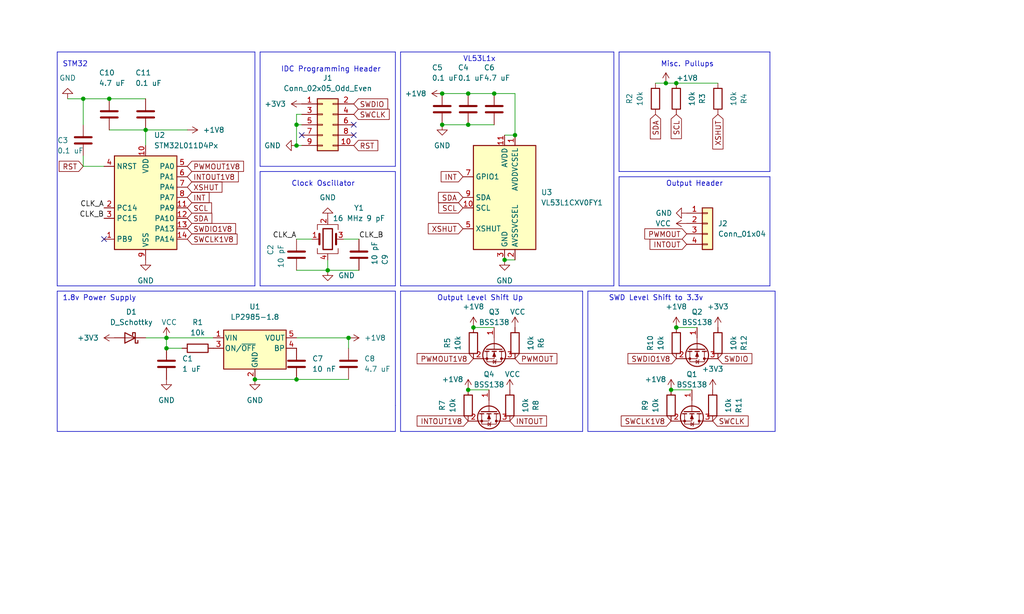
<source format=kicad_sch>
(kicad_sch (version 20230121) (generator eeschema)
  (paper "User" 250.012 150.012)
  (lib_symbols
    (symbol "Connector_Generic:Conn_01x04" (pin_names (offset 1.016) hide)
      (property "Reference" "J" (at 0 5.08 0))
      (property "Value" "Conn_01x04" (at 0 -7.62 0))
      (symbol "Conn_01x04_1_1"
        (rectangle (start -1.27 -4.953) (end 0 -5.207) (stroke (width 0.1524)))
        (rectangle (start -1.27 -2.413) (end 0 -2.667) (stroke (width 0.1524)))
        (rectangle (start -1.27 0.127) (end 0 -0.127) (stroke (width 0.1524)))
        (rectangle (start -1.27 2.667) (end 0 2.413) (stroke (width 0.1524)))
        (rectangle (start -1.27 3.81) (end 1.27 -6.35) (stroke (width 0.254)) (fill (type background)))
        (pin passive line (at -5.08 2.54 0) (length 3.81) (name "Pin_1") (number "1"))
        (pin passive line (at -5.08 0 0) (length 3.81) (name "Pin_2") (number "2"))
        (pin passive line (at -5.08 -2.54 0) (length 3.81) (name "Pin_3") (number "3"))
        (pin passive line (at -5.08 -5.08 0) (length 3.81) (name "Pin_4") (number "4"))
      )
    )
    (symbol "Connector_Generic:Conn_02x05_Odd_Even" (pin_names (offset 1.016) hide)
      (property "Reference" "J" (at 1.27 7.62 0))
      (property "Value" "Conn_02x05_Odd_Even" (at 1.27 -7.62 0))
      (symbol "Conn_02x05_Odd_Even_1_1"
        (rectangle (start -1.27 -4.953) (end 0 -5.207) (stroke (width 0.1524)))
        (rectangle (start -1.27 -2.413) (end 0 -2.667) (stroke (width 0.1524)))
        (rectangle (start -1.27 0.127) (end 0 -0.127) (stroke (width 0.1524)))
        (rectangle (start -1.27 2.667) (end 0 2.413) (stroke (width 0.1524)))
        (rectangle (start -1.27 5.207) (end 0 4.953) (stroke (width 0.1524)))
        (rectangle (start -1.27 6.35) (end 3.81 -6.35) (stroke (width 0.254)) (fill (type background)))
        (rectangle (start 3.81 -4.953) (end 2.54 -5.207) (stroke (width 0.1524)))
        (rectangle (start 3.81 -2.413) (end 2.54 -2.667) (stroke (width 0.1524)))
        (rectangle (start 3.81 0.127) (end 2.54 -0.127) (stroke (width 0.1524)))
        (rectangle (start 3.81 2.667) (end 2.54 2.413) (stroke (width 0.1524)))
        (rectangle (start 3.81 5.207) (end 2.54 4.953) (stroke (width 0.1524)))
        (pin passive line (at -5.08 5.08 0) (length 3.81) (name "Pin_1") (number "1"))
        (pin passive line (at 7.62 -5.08 180) (length 3.81) (name "Pin_10") (number "10"))
        (pin passive line (at 7.62 5.08 180) (length 3.81) (name "Pin_2") (number "2"))
        (pin passive line (at -5.08 2.54 0) (length 3.81) (name "Pin_3") (number "3"))
        (pin passive line (at 7.62 2.54 180) (length 3.81) (name "Pin_4") (number "4"))
        (pin passive line (at -5.08 0 0) (length 3.81) (name "Pin_5") (number "5"))
        (pin passive line (at 7.62 0 180) (length 3.81) (name "Pin_6") (number "6"))
        (pin passive line (at -5.08 -2.54 0) (length 3.81) (name "Pin_7") (number "7"))
        (pin passive line (at 7.62 -2.54 180) (length 3.81) (name "Pin_8") (number "8"))
        (pin passive line (at -5.08 -5.08 0) (length 3.81) (name "Pin_9") (number "9"))
      )
    )
    (symbol "Device:C" (pin_numbers hide) (pin_names (offset 0.254))
      (property "Reference" "C" (at 0.635 2.54 0))
      (property "Value" "C" (at 0.635 -2.54 0))
      (symbol "C_0_1"
        (polyline (pts (xy -2.032 -0.762) (xy 2.032 -0.762)) (stroke (width 0.508)))
        (polyline (pts (xy -2.032 0.762) (xy 2.032 0.762)) (stroke (width 0.508)))
      )
      (symbol "C_1_1"
        (pin passive line (at 0 3.81 270) (length 2.794) (name "~") (number "1"))
        (pin passive line (at 0 -3.81 90) (length 2.794) (name "~") (number "2"))
      )
    )
    (symbol "Device:Crystal_GND24" (pin_names (offset 1.016) hide)
      (property "Reference" "Y" (at 3.175 5.08 0))
      (property "Value" "Crystal_GND24" (at 3.175 3.175 0))
      (symbol "Crystal_GND24_0_1"
        (rectangle (start -1.143 2.54) (end 1.143 -2.54) (stroke (width 0.3048)))
        (polyline (pts (xy -2.54 0) (xy -2.032 0)))
        (polyline (pts (xy -2.032 -1.27) (xy -2.032 1.27)) (stroke (width 0.508)))
        (polyline (pts (xy 0 -3.81) (xy 0 -3.556)))
        (polyline (pts (xy 0 3.556) (xy 0 3.81)))
        (polyline (pts (xy 2.032 -1.27) (xy 2.032 1.27)) (stroke (width 0.508)))
        (polyline (pts (xy 2.032 0) (xy 2.54 0)))
        (polyline (pts (xy -2.54 -2.286) (xy -2.54 -3.556) (xy 2.54 -3.556) (xy 2.54 -2.286)))
        (polyline (pts (xy -2.54 2.286) (xy -2.54 3.556) (xy 2.54 3.556) (xy 2.54 2.286)))
      )
      (symbol "Crystal_GND24_1_1"
        (pin passive line (at -3.81 0 0) (length 1.27) (name "1") (number "1"))
        (pin passive line (at 0 5.08 270) (length 1.27) (name "2") (number "2"))
        (pin passive line (at 3.81 0 180) (length 1.27) (name "3") (number "3"))
        (pin passive line (at 0 -5.08 90) (length 1.27) (name "4") (number "4"))
      )
    )
    (symbol "Device:D_Schottky" (pin_numbers hide) (pin_names (offset 1.016) hide)
      (property "Reference" "D" (at 0 2.54 0))
      (property "Value" "D_Schottky" (at 0 -2.54 0))
      (symbol "D_Schottky_0_1"
        (polyline (pts (xy 1.27 0) (xy -1.27 0)))
        (polyline (pts (xy 1.27 1.27) (xy 1.27 -1.27) (xy -1.27 0) (xy 1.27 1.27)) (stroke (width 0.254)))
        (polyline (pts (xy -1.905 0.635) (xy -1.905 1.27) (xy -1.27 1.27) (xy -1.27 -1.27) (xy -0.635 -1.27) (xy -0.635 -0.635)) (stroke (width 0.254)))
      )
      (symbol "D_Schottky_1_1"
        (pin passive line (at -3.81 0 0) (length 2.54) (name "K") (number "1"))
        (pin passive line (at 3.81 0 180) (length 2.54) (name "A") (number "2"))
      )
    )
    (symbol "Device:R" (pin_numbers hide) (pin_names (offset 0))
      (property "Reference" "R" (at 2.032 0 90))
      (property "Value" "R" (at 0 0 90))
      (symbol "R_0_1"
        (rectangle (start -1.016 -2.54) (end 1.016 2.54) (stroke (width 0.254)))
      )
      (symbol "R_1_1"
        (pin passive line (at 0 3.81 270) (length 1.27) (name "~") (number "1"))
        (pin passive line (at 0 -3.81 90) (length 1.27) (name "~") (number "2"))
      )
    )
    (symbol "MCU_ST_STM32L0:STM32L011D4Px"
      (property "Reference" "U" (at -7.62 11.43 0))
      (property "Value" "STM32L011D4Px" (at 2.54 11.43 0))
      (symbol "STM32L011D4Px_0_1"
        (rectangle (start -7.62 -12.7) (end 7.62 10.16) (stroke (width 0.254)) (fill (type background)))
      )
      (symbol "STM32L011D4Px_1_1"
        (pin bidirectional line (at -10.16 -10.16 0) (length 2.54) (name "PB9") (number "1"))
        (pin power_in line (at 0 12.7 270) (length 2.54) (name "VDD") (number "10"))
        (pin bidirectional line (at 10.16 -2.54 180) (length 2.54) (name "PA9") (number "11"))
        (pin bidirectional line (at 10.16 -5.08 180) (length 2.54) (name "PA10") (number "12"))
        (pin bidirectional line (at 10.16 -7.62 180) (length 2.54) (name "PA13") (number "13"))
        (pin bidirectional line (at 10.16 -10.16 180) (length 2.54) (name "PA14") (number "14"))
        (pin bidirectional line (at -10.16 -2.54 0) (length 2.54) (name "PC14") (number "2"))
        (pin bidirectional line (at -10.16 -5.08 0) (length 2.54) (name "PC15") (number "3"))
        (pin input line (at -10.16 7.62 0) (length 2.54) (name "NRST") (number "4"))
        (pin bidirectional line (at 10.16 7.62 180) (length 2.54) (name "PA0") (number "5"))
        (pin bidirectional line (at 10.16 5.08 180) (length 2.54) (name "PA1") (number "6"))
        (pin bidirectional line (at 10.16 2.54 180) (length 2.54) (name "PA4") (number "7"))
        (pin bidirectional line (at 10.16 0 180) (length 2.54) (name "PA7") (number "8"))
        (pin power_in line (at 0 -15.24 90) (length 2.54) (name "VSS") (number "9"))
      )
    )
    (symbol "Regulator_Linear:LP2985-1.8" (pin_names (offset 0.254))
      (property "Reference" "U" (at -6.35 5.715 0))
      (property "Value" "LP2985-1.8" (at 0 5.715 0))
      (symbol "LP2985-1.8_0_1"
        (rectangle (start -7.62 -5.08) (end 7.62 4.445) (stroke (width 0.254)) (fill (type background)))
      )
      (symbol "LP2985-1.8_1_1"
        (pin power_in line (at -10.16 2.54 0) (length 2.54) (name "VIN") (number "1"))
        (pin power_in line (at 0 -7.62 90) (length 2.54) (name "GND") (number "2"))
        (pin input line (at -10.16 0 0) (length 2.54) (name "ON/~{OFF}") (number "3"))
        (pin input line (at 10.16 0 180) (length 2.54) (name "BP") (number "4"))
        (pin power_out line (at 10.16 2.54 180) (length 2.54) (name "VOUT") (number "5"))
      )
    )
    (symbol "Sensor_Distance:VL53L1CXV0FY1"
      (property "Reference" "U" (at -6.35 13.97 0))
      (property "Value" "VL53L1CXV0FY1" (at 12.065 13.97 0))
      (symbol "VL53L1CXV0FY1_0_1"
        (rectangle (start -7.62 12.7) (end 7.62 -12.7) (stroke (width 0.254)) (fill (type background)))
      )
      (symbol "VL53L1CXV0FY1_1_1"
        (pin power_in line (at 2.54 15.24 270) (length 2.54) (name "AVDDVCSEL") (number "1"))
        (pin input line (at -10.16 -2.54 0) (length 2.54) (name "SCL") (number "10"))
        (pin power_in line (at 0 15.24 270) (length 2.54) (name "AVDD") (number "11"))
        (pin passive line (at 0 -15.24 90) (length 2.54) hide (name "GND") (number "12"))
        (pin power_in line (at 2.54 -15.24 90) (length 2.54) (name "AVSSVCSEL") (number "2"))
        (pin power_in line (at 0 -15.24 90) (length 2.54) (name "GND") (number "3"))
        (pin passive line (at 0 -15.24 90) (length 2.54) hide (name "GND") (number "4"))
        (pin input line (at -10.16 -7.62 0) (length 2.54) (name "XSHUT") (number "5"))
        (pin passive line (at 0 -15.24 90) (length 2.54) hide (name "GND") (number "6"))
        (pin open_collector line (at -10.16 5.08 0) (length 2.54) (name "GPIO1") (number "7"))
        (pin no_connect line (at -7.62 7.62 0) (length 2.54) hide (name "DNC") (number "8"))
        (pin bidirectional line (at -10.16 0 0) (length 2.54) (name "SDA") (number "9"))
      )
    )
    (symbol "Transistor_FET:BSS138" (pin_names hide)
      (property "Reference" "Q" (at 5.08 1.905 0))
      (property "Value" "BSS138" (at 5.08 0 0))
      (symbol "BSS138_0_1"
        (polyline (pts (xy 0.254 0) (xy -2.54 0)))
        (polyline (pts (xy 0.254 1.905) (xy 0.254 -1.905)) (stroke (width 0.254)))
        (polyline (pts (xy 0.762 -1.27) (xy 0.762 -2.286)) (stroke (width 0.254)))
        (polyline (pts (xy 0.762 0.508) (xy 0.762 -0.508)) (stroke (width 0.254)))
        (polyline (pts (xy 0.762 2.286) (xy 0.762 1.27)) (stroke (width 0.254)))
        (polyline (pts (xy 2.54 2.54) (xy 2.54 1.778)))
        (polyline (pts (xy 2.54 -2.54) (xy 2.54 0) (xy 0.762 0)))
        (polyline (pts (xy 0.762 -1.778) (xy 3.302 -1.778) (xy 3.302 1.778) (xy 0.762 1.778)))
        (polyline (pts (xy 1.016 0) (xy 2.032 0.381) (xy 2.032 -0.381) (xy 1.016 0)) (fill (type outline)))
        (polyline (pts (xy 2.794 0.508) (xy 2.921 0.381) (xy 3.683 0.381) (xy 3.81 0.254)))
        (polyline (pts (xy 3.302 0.381) (xy 2.921 -0.254) (xy 3.683 -0.254) (xy 3.302 0.381)))
        (circle (center 1.651 0) (radius 2.794) (stroke (width 0.254)))
        (circle (center 2.54 -1.778) (radius 0.254) (fill (type outline)))
        (circle (center 2.54 1.778) (radius 0.254) (fill (type outline)))
      )
      (symbol "BSS138_1_1"
        (pin input line (at -5.08 0 0) (length 2.54) (name "G") (number "1"))
        (pin passive line (at 2.54 -5.08 90) (length 2.54) (name "S") (number "2"))
        (pin passive line (at 2.54 5.08 270) (length 2.54) (name "D") (number "3"))
      )
    )
    (symbol "power:+1V8" (power) (pin_names (offset 0))
      (property "Value" "+1V8" (at 0 3.556 0))
      (symbol "+1V8_0_1"
        (polyline (pts (xy -0.762 1.27) (xy 0 2.54)))
        (polyline (pts (xy 0 0) (xy 0 2.54)))
        (polyline (pts (xy 0 2.54) (xy 0.762 1.27)))
      )
      (symbol "+1V8_1_1"
        (pin power_in line (at 0 0 90) (length 0) hide (name "+1V8") (number "1"))
      )
    )
    (symbol "power:+3V3" (power) (pin_names (offset 0))
      (property "Value" "+3V3" (at 0 3.556 0))
      (symbol "+3V3_0_1"
        (polyline (pts (xy -0.762 1.27) (xy 0 2.54)))
        (polyline (pts (xy 0 0) (xy 0 2.54)))
        (polyline (pts (xy 0 2.54) (xy 0.762 1.27)))
      )
      (symbol "+3V3_1_1"
        (pin power_in line (at 0 0 90) (length 0) hide (name "+3V3") (number "1"))
      )
    )
    (symbol "power:GND" (power) (pin_names (offset 0))
      (property "Value" "GND" (at 0 -3.81 0))
      (symbol "GND_0_1"
        (polyline (pts (xy 0 0) (xy 0 -1.27) (xy 1.27 -1.27) (xy 0 -2.54) (xy -1.27 -1.27) (xy 0 -1.27)))
      )
      (symbol "GND_1_1"
        (pin power_in line (at 0 0 270) (length 0) hide (name "GND") (number "1"))
      )
    )
    (symbol "power:VCC" (power) (pin_names (offset 0))
      (property "Value" "VCC" (at 0 3.81 0))
      (symbol "VCC_0_1"
        (polyline (pts (xy -0.762 1.27) (xy 0 2.54)))
        (polyline (pts (xy 0 0) (xy 0 2.54)))
        (polyline (pts (xy 0 2.54) (xy 0.762 1.27)))
      )
      (symbol "VCC_1_1"
        (pin power_in line (at 0 0 90) (length 0) hide (name "VCC") (number "1"))
      )
    )
  )
  (junction (at 62.23 92.71))
  (junction (at 125.73 33.02))
  (junction (at 26.67 24.13))
  (junction (at 85.09 82.55))
  (junction (at 40.64 85.09))
  (junction (at 20.32 24.13))
  (junction (at 165.1 20.32))
  (junction (at 114.3 30.48))
  (junction (at 123.19 63.5))
  (junction (at 114.3 95.25))
  (junction (at 165.1 80.01))
  (junction (at 40.64 82.55))
  (junction (at 120.65 22.86))
  (junction (at 107.95 30.48))
  (junction (at 35.56 31.75))
  (junction (at 114.3 22.86))
  (junction (at 163.83 95.25))
  (junction (at 72.39 92.71))
  (junction (at 80.01 66.04))
  (junction (at 72.39 30.48))
  (junction (at 72.39 35.56))
  (junction (at 107.95 22.86))
  (junction (at 115.57 80.01))
  (junction (at 162.56 20.32))
  (no_connect (at 86.36 33.02))
  (no_connect (at 86.36 30.48))
  (no_connect (at 25.4 58.42))
  (no_connect (at 73.66 33.02))
  (wire (pts (xy 107.95 30.48) (xy 114.3 30.48)))
  (polyline (pts (xy 63.5 12.7) (xy 63.5 40.64)))
  (wire (pts (xy 160.02 20.32) (xy 162.56 20.32)))
  (wire (pts (xy 72.39 30.48) (xy 73.66 30.48)))
  (polyline (pts (xy 97.79 71.12) (xy 142.24 71.12)))
  (polyline (pts (xy 151.13 41.91) (xy 187.96 41.91)))
  (polyline (pts (xy 189.23 71.12) (xy 189.23 105.41)))
  (polyline (pts (xy 142.24 105.41) (xy 97.79 105.41)))
  (polyline (pts (xy 143.51 71.12) (xy 143.51 105.41)))
  (polyline (pts (xy 143.51 71.12) (xy 189.23 71.12)))
  (wire (pts (xy 16.51 24.13) (xy 20.32 24.13)))
  (wire (pts (xy 123.19 33.02) (xy 125.73 33.02)))
  (wire (pts (xy 107.95 22.86) (xy 114.3 22.86)))
  (wire (pts (xy 165.1 80.01) (xy 170.18 80.01)))
  (polyline (pts (xy 13.97 69.85) (xy 62.23 69.85)))
  (wire (pts (xy 20.32 24.13) (xy 26.67 24.13)))
  (wire (pts (xy 114.3 95.25) (xy 119.38 95.25)))
  (wire (pts (xy 83.82 58.42) (xy 87.63 58.42)))
  (polyline (pts (xy 151.13 43.18) (xy 187.96 43.18)))
  (wire (pts (xy 35.56 31.75) (xy 35.56 35.56)))
  (wire (pts (xy 72.39 27.94) (xy 72.39 30.48)))
  (wire (pts (xy 114.3 30.48) (xy 120.65 30.48)))
  (polyline (pts (xy 96.52 40.64) (xy 96.52 12.7)))
  (wire (pts (xy 35.56 82.55) (xy 40.64 82.55)))
  (wire (pts (xy 35.56 31.75) (xy 45.72 31.75)))
  (polyline (pts (xy 151.13 12.7) (xy 151.13 41.91)))
  (wire (pts (xy 20.32 24.13) (xy 20.32 30.48)))
  (polyline (pts (xy 151.13 12.7) (xy 187.96 12.7)))
  (polyline (pts (xy 96.52 99.06) (xy 96.52 71.12)))
  (polyline (pts (xy 187.96 69.85) (xy 187.96 43.18)))
  (wire (pts (xy 26.67 24.13) (xy 35.56 24.13)))
  (polyline (pts (xy 149.86 69.85) (xy 97.79 69.85)))
  (polyline (pts (xy 13.97 71.12) (xy 13.97 105.41)))
  (wire (pts (xy 85.09 82.55) (xy 72.39 82.55)))
  (polyline (pts (xy 151.13 43.18) (xy 151.13 69.85)))
  (wire (pts (xy 40.64 82.55) (xy 52.07 82.55)))
  (polyline (pts (xy 96.52 99.06) (xy 96.52 105.41)))
  (wire (pts (xy 125.73 33.02) (xy 125.73 22.86)))
  (polyline (pts (xy 63.5 40.64) (xy 96.52 40.64)))
  (polyline (pts (xy 142.24 71.12) (xy 142.24 105.41)))
  (wire (pts (xy 40.64 85.09) (xy 44.45 85.09)))
  (wire (pts (xy 73.66 27.94) (xy 72.39 27.94)))
  (wire (pts (xy 62.23 92.71) (xy 72.39 92.71)))
  (wire (pts (xy 80.01 66.04) (xy 87.63 66.04)))
  (polyline (pts (xy 151.13 69.85) (xy 187.96 69.85)))
  (wire (pts (xy 20.32 38.1) (xy 20.32 40.64)))
  (wire (pts (xy 114.3 22.86) (xy 120.65 22.86)))
  (wire (pts (xy 20.32 40.64) (xy 25.4 40.64)))
  (wire (pts (xy 72.39 35.56) (xy 73.66 35.56)))
  (polyline (pts (xy 13.97 105.41) (xy 96.52 105.41)))
  (wire (pts (xy 163.83 95.25) (xy 168.91 95.25)))
  (polyline (pts (xy 63.5 41.91) (xy 63.5 69.85)))
  (polyline (pts (xy 96.52 69.85) (xy 63.5 69.85)))
  (polyline (pts (xy 63.5 41.91) (xy 96.52 41.91)))
  (wire (pts (xy 26.67 31.75) (xy 35.56 31.75)))
  (polyline (pts (xy 189.23 105.41) (xy 143.51 105.41)))
  (wire (pts (xy 123.19 63.5) (xy 125.73 63.5)))
  (polyline (pts (xy 62.23 69.85) (xy 62.23 12.7)))
  (wire (pts (xy 72.39 92.71) (xy 85.09 92.71)))
  (wire (pts (xy 72.39 58.42) (xy 76.2 58.42)))
  (polyline (pts (xy 96.52 41.91) (xy 96.52 69.85)))
  (polyline (pts (xy 96.52 71.12) (xy 13.97 71.12)))
  (polyline (pts (xy 97.79 12.7) (xy 149.86 12.7)))
  (wire (pts (xy 40.64 82.55) (xy 40.64 85.09)))
  (wire (pts (xy 115.57 80.01) (xy 120.65 80.01)))
  (polyline (pts (xy 62.23 12.7) (xy 13.97 12.7)))
  (wire (pts (xy 162.56 20.32) (xy 165.1 20.32)))
  (wire (pts (xy 72.39 66.04) (xy 80.01 66.04)))
  (polyline (pts (xy 187.96 41.91) (xy 187.96 12.7)))
  (wire (pts (xy 125.73 22.86) (xy 120.65 22.86)))
  (polyline (pts (xy 97.79 71.12) (xy 97.79 105.41)))
  (wire (pts (xy 72.39 30.48) (xy 72.39 35.56)))
  (wire (pts (xy 80.01 66.04) (xy 80.01 63.5)))
  (polyline (pts (xy 63.5 12.7) (xy 96.52 12.7)))
  (wire (pts (xy 85.09 82.55) (xy 85.09 85.09)))
  (polyline (pts (xy 149.86 12.7) (xy 149.86 69.85)))
  (polyline (pts (xy 13.97 12.7) (xy 13.97 69.85)))
  (polyline (pts (xy 97.79 12.7) (xy 97.79 69.85)))
  (wire (pts (xy 165.1 20.32) (xy 175.26 20.32)))
  (text "1.8v Power Supply" (at 15.24 73.66 0) (effects (font (size 1.27 1.27)) (justify left bottom)))
  (text "VL53L1x" (at 113.03 15.24 0) (effects (font (size 1.27 1.27)) (justify left bottom)))
  (text "Clock Oscillator" (at 71.12 45.72 0) (effects (font (size 1.27 1.27)) (justify left bottom)))
  (text "SWD Level Shift to 3.3v" (at 148.59 73.66 0) (effects (font (size 1.27 1.27)) (justify left bottom)))
  (text "Output Level Shift Up" (at 106.68 73.66 0) (effects (font (size 1.27 1.27)) (justify left bottom)))
  (text "STM32" (at 15.24 16.51 0) (effects (font (size 1.27 1.27)) (justify left bottom)))
  (text "Misc. Pullups" (at 161.29 16.51 0) (effects (font (size 1.27 1.27)) (justify left bottom)))
  (text "Output Header" (at 162.56 45.72 0) (effects (font (size 1.27 1.27)) (justify left bottom)))
  (text "IDC Programming Header" (at 68.58 17.78 0) (effects (font (size 1.27 1.27)) (justify left bottom)))
  (label "CLK_B" (at 25.4 53.34 180))
  (label "CLK_B" (at 87.63 58.42 0))
  (label "CLK_A" (at 25.4 50.8 180))
  (label "CLK_A" (at 72.39 58.42 180))
  (global_label "SWCLK" (shape input) (at 173.99 102.87 0) (property "Intersheetrefs" "${INTERSHEET_REFS}" (effects hide)))
  (global_label "SCL" (shape input) (at 45.72 50.8 0) (property "Intersheetrefs" "${INTERSHEET_REFS}" (effects hide)))
  (global_label "INT" (shape input) (at 113.03 43.18 180) (property "Intersheetrefs" "${INTERSHEET_REFS}" (effects hide)))
  (global_label "SWCLK1V8" (shape input) (at 163.83 102.87 180) (property "Intersheetrefs" "${INTERSHEET_REFS}" (effects hide)))
  (global_label "SWCLK1V8" (shape input) (at 45.72 58.42 0) (property "Intersheetrefs" "${INTERSHEET_REFS}" (effects hide)))
  (global_label "SDA" (shape input) (at 113.03 48.26 180) (property "Intersheetrefs" "${INTERSHEET_REFS}" (effects hide)))
  (global_label "SDA" (shape input) (at 45.72 53.34 0) (property "Intersheetrefs" "${INTERSHEET_REFS}" (effects hide)))
  (global_label "RST" (shape input) (at 20.32 40.64 180) (property "Intersheetrefs" "${INTERSHEET_REFS}" (effects hide)))
  (global_label "INTOUT1V8" (shape input) (at 45.72 43.18 0) (property "Intersheetrefs" "${INTERSHEET_REFS}" (effects hide)))
  (global_label "INTOUT1V8" (shape input) (at 114.3 102.87 180) (property "Intersheetrefs" "${INTERSHEET_REFS}" (effects hide)))
  (global_label "SWDIO1V8" (shape input) (at 165.1 87.63 180) (property "Intersheetrefs" "${INTERSHEET_REFS}" (effects hide)))
  (global_label "PWMOUT1V8" (shape input) (at 115.57 87.63 180) (property "Intersheetrefs" "${INTERSHEET_REFS}" (effects hide)))
  (global_label "SWCLK" (shape input) (at 86.36 27.94 0) (property "Intersheetrefs" "${INTERSHEET_REFS}" (effects hide)))
  (global_label "INTOUT" (shape input) (at 167.64 59.69 180) (property "Intersheetrefs" "${INTERSHEET_REFS}" (effects hide)))
  (global_label "SCL" (shape input) (at 165.1 27.94 270) (property "Intersheetrefs" "${INTERSHEET_REFS}" (effects hide)))
  (global_label "PWMOUT" (shape input) (at 125.73 87.63 0) (property "Intersheetrefs" "${INTERSHEET_REFS}" (effects hide)))
  (global_label "RST" (shape input) (at 86.36 35.56 0) (property "Intersheetrefs" "${INTERSHEET_REFS}" (effects hide)))
  (global_label "XSHUT" (shape input) (at 113.03 55.88 180) (property "Intersheetrefs" "${INTERSHEET_REFS}" (effects hide)))
  (global_label "INT" (shape input) (at 45.72 48.26 0) (property "Intersheetrefs" "${INTERSHEET_REFS}" (effects hide)))
  (global_label "SDA" (shape input) (at 160.02 27.94 270) (property "Intersheetrefs" "${INTERSHEET_REFS}" (effects hide)))
  (global_label "SWDIO" (shape input) (at 175.26 87.63 0) (property "Intersheetrefs" "${INTERSHEET_REFS}" (effects hide)))
  (global_label "INTOUT" (shape input) (at 124.46 102.87 0) (property "Intersheetrefs" "${INTERSHEET_REFS}" (effects hide)))
  (global_label "XSHUT" (shape input) (at 175.26 27.94 270) (property "Intersheetrefs" "${INTERSHEET_REFS}" (effects hide)))
  (global_label "SCL" (shape input) (at 113.03 50.8 180) (property "Intersheetrefs" "${INTERSHEET_REFS}" (effects hide)))
  (global_label "PWMOUT" (shape input) (at 167.64 57.15 180) (property "Intersheetrefs" "${INTERSHEET_REFS}" (effects hide)))
  (global_label "SWDIO" (shape input) (at 86.36 25.4 0) (property "Intersheetrefs" "${INTERSHEET_REFS}" (effects hide)))
  (global_label "XSHUT" (shape input) (at 45.72 45.72 0) (property "Intersheetrefs" "${INTERSHEET_REFS}" (effects hide)))
  (global_label "SWDIO1V8" (shape input) (at 45.72 55.88 0) (property "Intersheetrefs" "${INTERSHEET_REFS}" (effects hide)))
  (global_label "PWMOUT1V8" (shape input) (at 45.72 40.64 0) (property "Intersheetrefs" "${INTERSHEET_REFS}" (effects hide)))
  (symbol (lib_id "Device:C") (at 26.67 27.94 0) (unit 1)
    (property "Reference" "C10" (at 24.13 17.78 0) (effects (justify left)))
    (property "Value" "4.7 uF" (at 24.13 20.32 0) (effects (justify left)))
    (property "Footprint" "Capacitor_SMD:C_0603_1608Metric" (effects hide))
  )
  (symbol (lib_id "power:GND") (at 35.56 63.5 0) (unit 1)
    (property "Reference" "#PWR0101" (effects hide))
    (property "Value" "GND" (at 35.56 68.58 0))
  )
  (symbol (lib_id "Device:R") (at 48.26 85.09 90) (unit 1)
    (property "Reference" "R1" (at 48.26 78.74 90))
    (property "Value" "10k" (at 48.26 81.28 90))
    (property "Footprint" "Resistor_SMD:R_0402_1005Metric" (effects hide))
  )
  (symbol (lib_id "Transistor_FET:BSS138") (at 170.18 85.09 270) (unit 1)
    (property "Reference" "Q2" (at 170.18 76.2 90))
    (property "Value" "BSS138" (at 170.18 78.74 90))
    (property "Footprint" "Package_TO_SOT_SMD:SOT-23" (effects hide))
    (property "Datasheet" "https://www.onsemi.com/pub/Collateral/BSS138-D.PDF" (effects hide))
    (property "JLCPCB_CORRECTION" "0;0;180" (effects hide))
  )
  (symbol (lib_id "Device:R") (at 115.57 83.82 180) (unit 1)
    (property "Reference" "R5" (at 109.22 83.82 90))
    (property "Value" "10k" (at 111.76 83.82 90))
    (property "Footprint" "Resistor_SMD:R_0402_1005Metric" (effects hide))
  )
  (symbol (lib_id "Sensor_Distance:VL53L1CXV0FY1") (at 123.19 48.26 0) (unit 1)
    (property "Reference" "U3" (at 132.08 46.9899 0) (effects (justify left)))
    (property "Value" "VL53L1CXV0FY1" (at 132.08 49.5299 0) (effects (justify left)))
    (property "Footprint" "Sensor_Distance:ST_VL53L1x" (effects hide))
    (property "Datasheet" "https://www.st.com/resource/en/datasheet/vl53l1x.pdf" (effects hide))
    (property "JLCPCB_CORRECTION" "0;0;180" (effects hide))
  )
  (symbol (lib_id "power:+1V8") (at 115.57 80.01 0) (unit 1)
    (property "Reference" "#PWR018" (effects hide))
    (property "Value" "+1V8" (at 115.57 74.93 0))
  )
  (symbol (lib_id "Device:D_Schottky") (at 31.75 82.55 180) (unit 1)
    (property "Reference" "D1" (at 32.0675 76.2 0))
    (property "Value" "D_Schottky" (at 32.0675 78.74 0))
    (property "Footprint" "Diode_SMD:D_SOD-323F" (effects hide))
  )
  (symbol (lib_id "power:GND") (at 167.64 52.07 270) (unit 1)
    (property "Reference" "#PWR014" (effects hide))
    (property "Value" "GND" (at 160.02 52.07 90) (effects (justify left)))
  )
  (symbol (lib_id "power:+1V8") (at 165.1 80.01 0) (unit 1)
    (property "Reference" "#PWR021" (effects hide))
    (property "Value" "+1V8" (at 165.1 74.93 0))
  )
  (symbol (lib_id "Transistor_FET:BSS138") (at 168.91 100.33 270) (unit 1)
    (property "Reference" "Q1" (at 168.91 91.44 90))
    (property "Value" "BSS138" (at 168.91 93.98 90))
    (property "Footprint" "Package_TO_SOT_SMD:SOT-23" (effects hide))
    (property "Datasheet" "https://www.onsemi.com/pub/Collateral/BSS138-D.PDF" (effects hide))
    (property "JLCPCB_CORRECTION" "0;0;180" (effects hide))
  )
  (symbol (lib_id "power:VCC") (at 167.64 54.61 90) (unit 1)
    (property "Reference" "#PWR015" (effects hide))
    (property "Value" "VCC" (at 163.83 54.6099 90) (effects (justify left)))
  )
  (symbol (lib_id "power:+3V3") (at 173.99 95.25 0) (unit 1)
    (property "Reference" "#PWR023" (effects hide))
    (property "Value" "+3V3" (at 173.99 90.17 0))
  )
  (symbol (lib_id "Device:C") (at 72.39 88.9 0) (unit 1)
    (property "Reference" "C7" (at 76.2 87.63 0) (effects (justify left)))
    (property "Value" "10 nF" (at 76.2 90.17 0) (effects (justify left)))
    (property "Footprint" "Capacitor_SMD:C_0402_1005Metric" (effects hide))
  )
  (symbol (lib_id "power:VCC") (at 124.46 95.25 0) (unit 1)
    (property "Reference" "#PWR020" (effects hide))
    (property "Value" "VCC" (at 123.19 91.44 0) (effects (justify left)))
  )
  (symbol (lib_id "power:+1V8") (at 163.83 95.25 0) (unit 1)
    (property "Reference" "#PWR08" (effects hide))
    (property "Value" "+1V8" (at 160.02 92.71 0))
  )
  (symbol (lib_id "power:GND") (at 80.01 66.04 0) (unit 1)
    (property "Reference" "#PWR013" (effects hide))
    (property "Value" "GND" (at 82.55 67.3099 0) (effects (justify left)))
  )
  (symbol (lib_id "Device:C") (at 72.39 62.23 180) (unit 1)
    (property "Reference" "C2" (at 66.04 59.69 90) (effects (justify left)))
    (property "Value" "10 pF" (at 68.58 59.69 90) (effects (justify left)))
    (property "Footprint" "Capacitor_SMD:C_0402_1005Metric" (effects hide))
  )
  (symbol (lib_id "Device:R") (at 124.46 99.06 0) (unit 1)
    (property "Reference" "R8" (at 130.81 99.06 90))
    (property "Value" "10k" (at 128.27 99.06 90))
    (property "Footprint" "Resistor_SMD:R_0402_1005Metric" (effects hide))
  )
  (symbol (lib_id "Device:R") (at 165.1 83.82 180) (unit 1)
    (property "Reference" "R10" (at 158.75 83.82 90))
    (property "Value" "10k" (at 161.29 83.82 90))
    (property "Footprint" "Resistor_SMD:R_0402_1005Metric" (effects hide))
  )
  (symbol (lib_id "power:GND") (at 72.39 35.56 270) (unit 1)
    (property "Reference" "#PWR010" (effects hide))
    (property "Value" "GND" (at 68.58 35.5599 90) (effects (justify right)))
  )
  (symbol (lib_id "power:GND") (at 107.95 30.48 0) (unit 1)
    (property "Reference" "#PWR07" (effects hide))
    (property "Value" "GND" (at 107.95 35.56 0))
  )
  (symbol (lib_id "power:+1V8") (at 45.72 31.75 270) (unit 1)
    (property "Reference" "#PWR0102" (effects hide))
    (property "Value" "+1V8" (at 49.53 31.7499 90) (effects (justify left)))
  )
  (symbol (lib_id "power:+1V8") (at 162.56 20.32 0) (unit 1)
    (property "Reference" "#PWR02" (effects hide))
    (property "Value" "+1V8" (at 165.1 19.0499 0) (effects (justify left)))
  )
  (symbol (lib_id "power:GND") (at 16.51 24.13 180) (unit 1)
    (property "Reference" "#PWR01" (effects hide))
    (property "Value" "GND" (at 16.51 19.05 0))
  )
  (symbol (lib_id "Device:C") (at 107.95 26.67 0) (unit 1)
    (property "Reference" "C5" (at 105.41 16.51 0) (effects (justify left)))
    (property "Value" "0.1 uF" (at 105.41 19.05 0) (effects (justify left)))
    (property "Footprint" "Capacitor_SMD:C_0402_1005Metric" (effects hide))
  )
  (symbol (lib_id "power:+3V3") (at 27.94 82.55 90) (unit 1)
    (property "Reference" "#PWR03" (effects hide))
    (property "Value" "+3V3" (at 24.13 82.5499 90) (effects (justify left)))
  )
  (symbol (lib_id "Transistor_FET:BSS138") (at 119.38 100.33 270) (unit 1)
    (property "Reference" "Q4" (at 119.38 91.44 90))
    (property "Value" "BSS138" (at 119.38 93.98 90))
    (property "Footprint" "Package_TO_SOT_SMD:SOT-23" (effects hide))
    (property "Datasheet" "https://www.onsemi.com/pub/Collateral/BSS138-D.PDF" (effects hide))
    (property "JLCPCB_CORRECTION" "0;0;180" (effects hide))
  )
  (symbol (lib_id "power:GND") (at 40.64 92.71 0) (unit 1)
    (property "Reference" "#PWR04" (effects hide))
    (property "Value" "GND" (at 40.64 97.79 0))
  )
  (symbol (lib_id "Device:C") (at 114.3 26.67 0) (unit 1)
    (property "Reference" "C4" (at 111.76 16.51 0) (effects (justify left)))
    (property "Value" "0.1 uF" (at 111.76 19.05 0) (effects (justify left)))
    (property "Footprint" "Capacitor_SMD:C_0402_1005Metric" (effects hide))
  )
  (symbol (lib_id "Device:Crystal_GND24") (at 80.01 58.42 0) (unit 1)
    (property "Reference" "Y1" (at 87.63 50.8 0))
    (property "Value" "16 MHz 9 pF" (at 87.63 53.34 0))
    (property "Footprint" "Crystal:Crystal_SMD_3225-4Pin_3.2x2.5mm" (effects hide))
  )
  (symbol (lib_id "Transistor_FET:BSS138") (at 120.65 85.09 270) (unit 1)
    (property "Reference" "Q3" (at 120.65 76.2 90))
    (property "Value" "BSS138" (at 120.65 78.74 90))
    (property "Footprint" "Package_TO_SOT_SMD:SOT-23" (effects hide))
    (property "Datasheet" "https://www.onsemi.com/pub/Collateral/BSS138-D.PDF" (effects hide))
    (property "JLCPCB_CORRECTION" "0;0;180" (effects hide))
  )
  (symbol (lib_id "Device:R") (at 125.73 83.82 0) (unit 1)
    (property "Reference" "R6" (at 132.08 83.82 90))
    (property "Value" "10k" (at 129.54 83.82 90))
    (property "Footprint" "Resistor_SMD:R_0402_1005Metric" (effects hide))
  )
  (symbol (lib_id "power:VCC") (at 40.64 82.55 0) (unit 1)
    (property "Reference" "#PWR016" (effects hide))
    (property "Value" "VCC" (at 39.37 78.74 0) (effects (justify left)))
  )
  (symbol (lib_id "power:+3V3") (at 73.66 25.4 90) (unit 1)
    (property "Reference" "#PWR011" (effects hide))
    (property "Value" "+3V3" (at 69.85 25.3999 90) (effects (justify left)))
  )
  (symbol (lib_id "MCU_ST_STM32L0:STM32L011D4Px") (at 35.56 48.26 0) (unit 1)
    (property "Reference" "U2" (at 37.5794 33.02 0) (effects (justify left)))
    (property "Value" "STM32L011D4Px" (at 37.5794 35.56 0) (effects (justify left)))
    (property "Footprint" "Package_SO:TSSOP-14_4.4x5mm_P0.65mm" (effects hide))
    (property "Datasheet" "http://www.st.com/st-web-ui/static/active/en/resource/technical/document/datasheet/DM00206508.pdf" (effects hide))
    (property "JLCPCB_CORRECTION" "0; 0; -90" (effects hide))
  )
  (symbol (lib_id "power:+3V3") (at 175.26 80.01 0) (unit 1)
    (property "Reference" "#PWR022" (effects hide))
    (property "Value" "+3V3" (at 175.26 74.93 0))
  )
  (symbol (lib_id "Device:R") (at 175.26 24.13 0) (unit 1)
    (property "Reference" "R4" (at 181.61 24.13 90))
    (property "Value" "10k" (at 179.07 24.13 90))
    (property "Footprint" "Resistor_SMD:R_0402_1005Metric" (effects hide))
  )
  (symbol (lib_id "power:VCC") (at 125.73 80.01 0) (unit 1)
    (property "Reference" "#PWR017" (effects hide))
    (property "Value" "VCC" (at 124.46 76.2 0) (effects (justify left)))
  )
  (symbol (lib_id "Device:C") (at 87.63 62.23 0) (unit 1)
    (property "Reference" "C9" (at 93.98 64.77 90) (effects (justify left)))
    (property "Value" "10 pF" (at 91.44 64.77 90) (effects (justify left)))
    (property "Footprint" "Capacitor_SMD:C_0402_1005Metric" (effects hide))
  )
  (symbol (lib_id "Device:C") (at 120.65 26.67 0) (unit 1)
    (property "Reference" "C6" (at 118.11 16.51 0) (effects (justify left)))
    (property "Value" "4.7 uF" (at 118.11 19.05 0) (effects (justify left)))
    (property "Footprint" "Capacitor_SMD:C_0603_1608Metric" (effects hide))
  )
  (symbol (lib_id "Device:R") (at 165.1 24.13 0) (unit 1)
    (property "Reference" "R3" (at 171.45 24.13 90))
    (property "Value" "10k" (at 168.91 24.13 90))
    (property "Footprint" "Resistor_SMD:R_0402_1005Metric" (effects hide))
  )
  (symbol (lib_id "power:GND") (at 80.01 53.34 180) (unit 1)
    (property "Reference" "#PWR012" (effects hide))
    (property "Value" "GND" (at 80.01 48.26 0))
  )
  (symbol (lib_id "Connector_Generic:Conn_02x05_Odd_Even") (at 78.74 30.48 0) (unit 1)
    (property "Reference" "J1" (at 80.01 19.05 0))
    (property "Value" "Conn_02x05_Odd_Even" (at 80.01 21.59 0))
    (property "Footprint" "Connector_PinHeader_1.27mm:PinHeader_2x05_P1.27mm_Vertical" (effects hide))
    (property "JLCPCB_CORRECTION" "0.6;2.6;-90" (effects hide))
  )
  (symbol (lib_id "Connector_Generic:Conn_01x04") (at 172.72 54.61 0) (unit 1)
    (property "Reference" "J2" (at 175.26 54.6099 0) (effects (justify left)))
    (property "Value" "Conn_01x04" (at 175.26 57.1499 0) (effects (justify left)))
    (property "Footprint" "Connector_PinHeader_2.54mm:PinHeader_1x04_P2.54mm_Vertical" (effects hide))
  )
  (symbol (lib_id "power:GND") (at 123.19 63.5 0) (unit 1)
    (property "Reference" "#PWR09" (effects hide))
    (property "Value" "GND" (at 123.19 68.58 0))
  )
  (symbol (lib_id "power:+1V8") (at 114.3 95.25 0) (unit 1)
    (property "Reference" "#PWR019" (effects hide))
    (property "Value" "+1V8" (at 110.49 92.71 0))
  )
  (symbol (lib_id "power:+1V8") (at 107.95 22.86 90) (unit 1)
    (property "Reference" "#PWR06" (effects hide))
    (property "Value" "+1V8" (at 104.14 22.8599 90) (effects (justify left)))
  )
  (symbol (lib_id "Device:C") (at 40.64 88.9 0) (unit 1)
    (property "Reference" "C1" (at 44.45 87.63 0) (effects (justify left)))
    (property "Value" "1 uF" (at 44.45 90.17 0) (effects (justify left)))
    (property "Footprint" "Capacitor_SMD:C_0402_1005Metric" (effects hide))
  )
  (symbol (lib_id "power:+1V8") (at 85.09 82.55 270) (unit 1)
    (property "Reference" "#PWR0103" (effects hide))
    (property "Value" "+1V8" (at 88.9 82.5499 90) (effects (justify left)))
  )
  (symbol (lib_id "Device:R") (at 173.99 99.06 0) (unit 1)
    (property "Reference" "R11" (at 180.34 99.06 90))
    (property "Value" "10k" (at 177.8 99.06 90))
    (property "Footprint" "Resistor_SMD:R_0402_1005Metric" (effects hide))
  )
  (symbol (lib_id "Device:C") (at 20.32 34.29 0) (unit 1)
    (property "Reference" "C3" (at 13.97 34.29 0) (effects (justify left)))
    (property "Value" "0.1 uF" (at 13.97 36.83 0) (effects (justify left)))
    (property "Footprint" "Capacitor_SMD:C_0402_1005Metric" (effects hide))
  )
  (symbol (lib_id "Device:C") (at 35.56 27.94 0) (unit 1)
    (property "Reference" "C11" (at 33.02 17.78 0) (effects (justify left)))
    (property "Value" "0.1 uF" (at 33.02 20.32 0) (effects (justify left)))
    (property "Footprint" "Capacitor_SMD:C_0402_1005Metric" (effects hide))
  )
  (symbol (lib_id "Device:R") (at 160.02 24.13 180) (unit 1)
    (property "Reference" "R2" (at 153.67 24.13 90))
    (property "Value" "10k" (at 156.21 24.13 90))
    (property "Footprint" "Resistor_SMD:R_0402_1005Metric" (effects hide))
  )
  (symbol (lib_id "Device:R") (at 163.83 99.06 180) (unit 1)
    (property "Reference" "R9" (at 157.48 99.06 90))
    (property "Value" "10k" (at 160.02 99.06 90))
    (property "Footprint" "Resistor_SMD:R_0402_1005Metric" (effects hide))
  )
  (symbol (lib_id "Device:C") (at 85.09 88.9 0) (unit 1)
    (property "Reference" "C8" (at 88.9 87.63 0) (effects (justify left)))
    (property "Value" "4.7 uF" (at 88.9 90.17 0) (effects (justify left)))
    (property "Footprint" "Capacitor_SMD:C_0603_1608Metric" (effects hide))
  )
  (symbol (lib_id "Regulator_Linear:LP2985-1.8") (at 62.23 85.09 0) (unit 1)
    (property "Reference" "U1" (at 62.23 74.93 0))
    (property "Value" "LP2985-1.8" (at 62.23 77.47 0))
    (property "Footprint" "Package_TO_SOT_SMD:SOT-23-5" (effects hide))
    (property "Datasheet" "http://www.ti.com/lit/ds/symlink/lp2985.pdf" (effects hide))
  )
  (symbol (lib_id "Device:R") (at 175.26 83.82 0) (unit 1)
    (property "Reference" "R12" (at 181.61 83.82 90))
    (property "Value" "10k" (at 179.07 83.82 90))
    (property "Footprint" "Resistor_SMD:R_0402_1005Metric" (effects hide))
  )
  (symbol (lib_id "Device:R") (at 114.3 99.06 180) (unit 1)
    (property "Reference" "R7" (at 107.95 99.06 90))
    (property "Value" "10k" (at 110.49 99.06 90))
    (property "Footprint" "Resistor_SMD:R_0402_1005Metric" (effects hide))
  )
  (symbol (lib_id "power:GND") (at 62.23 92.71 0) (unit 1)
    (property "Reference" "#PWR05" (effects hide))
    (property "Value" "GND" (at 62.23 97.79 0))
  )
)
</source>
